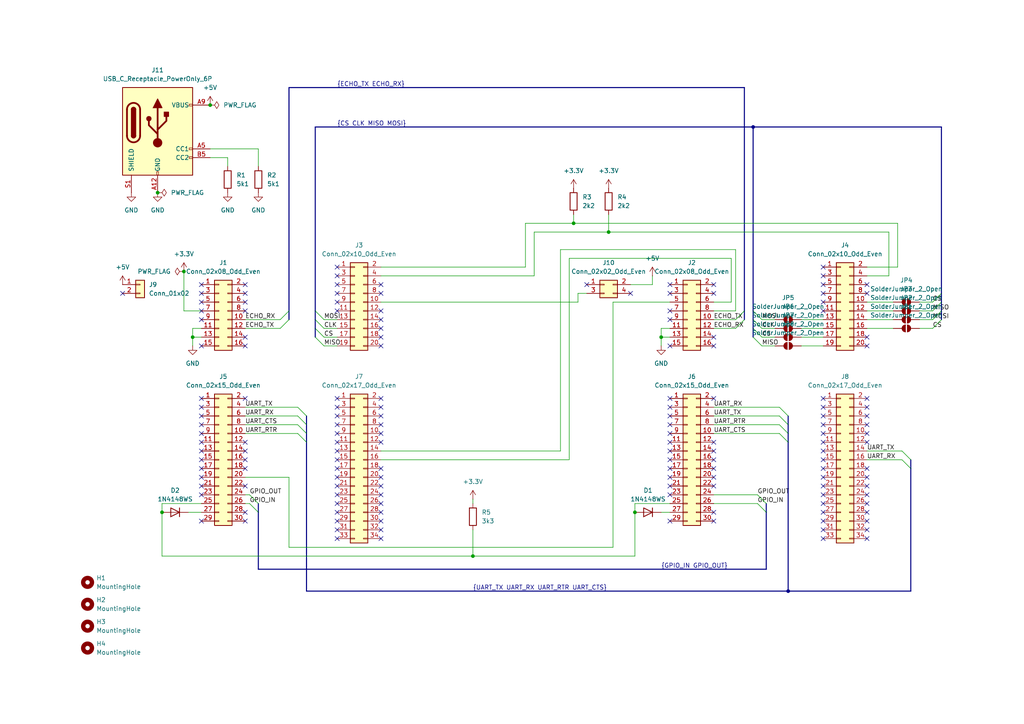
<source format=kicad_sch>
(kicad_sch (version 20231120) (generator "eeschema") (generator_version "8.0")
  (paper "A4")
  (lib_symbols
    (symbol "Connector:USB_C_Receptacle_PowerOnly_6P" (pin_names (offset 1.016))
      (property "Reference" "J" (at 0 16.51 0))
      (property "Value" "USB_C_Receptacle_PowerOnly_6P" (at 0 13.97 0))
      (symbol "USB_C_Receptacle_PowerOnly_6P_1_1"
        (pin passive line (at 0 -17.78 90) (length 5.08) (name "GND") (number "A12"))
        (pin bidirectional line (at 15.24 -5.08 180) (length 5.08) (name "CC1") (number "A5"))
        (pin passive line (at 15.24 7.62 180) (length 5.08) (name "VBUS") (number "A9"))
        (pin passive line (at 0 -17.78 90) (length 5.08) hide (name "GND") (number "B12"))
        (pin bidirectional line (at 15.24 -7.62 180) (length 5.08) (name "CC2") (number "B5"))
        (pin passive line (at 15.24 7.62 180) (length 5.08) hide (name "VBUS") (number "B9"))
        (pin passive line (at -7.62 -17.78 90) (length 5.08) (name "SHIELD") (number "S1"))
      )
    )
    (symbol "Connector_Generic:Conn_01x02" (pin_names (offset 1.016) hide)
      (property "Reference" "J" (at 0 2.54 0))
      (property "Value" "Conn_01x02" (at 0 -5.08 0))
      (symbol "Conn_01x02_1_1"
        (pin passive line (at -5.08 0 0) (length 3.81) (name "Pin_1") (number "1"))
        (pin passive line (at -5.08 -2.54 0) (length 3.81) (name "Pin_2") (number "2"))
      )
    )
    (symbol "Connector_Generic:Conn_02x02_Odd_Even" (pin_names (offset 1.016) hide)
      (property "Reference" "J" (at 1.27 2.54 0))
      (property "Value" "Conn_02x02_Odd_Even" (at 1.27 -5.08 0))
      (symbol "Conn_02x02_Odd_Even_1_1"
        (pin passive line (at -5.08 0 0) (length 3.81) (name "Pin_1") (number "1"))
        (pin passive line (at 7.62 0 180) (length 3.81) (name "Pin_2") (number "2"))
        (pin passive line (at -5.08 -2.54 0) (length 3.81) (name "Pin_3") (number "3"))
        (pin passive line (at 7.62 -2.54 180) (length 3.81) (name "Pin_4") (number "4"))
      )
    )
    (symbol "Connector_Generic:Conn_02x08_Odd_Even" (pin_names (offset 1.016) hide)
      (property "Reference" "J" (at 1.27 10.16 0))
      (property "Value" "Conn_02x08_Odd_Even" (at 1.27 -12.7 0))
      (symbol "Conn_02x08_Odd_Even_1_1"
        (pin passive line (at -5.08 7.62 0) (length 3.81) (name "Pin_1") (number "1"))
        (pin passive line (at 7.62 -2.54 180) (length 3.81) (name "Pin_10") (number "10"))
        (pin passive line (at -5.08 -5.08 0) (length 3.81) (name "Pin_11") (number "11"))
        (pin passive line (at 7.62 -5.08 180) (length 3.81) (name "Pin_12") (number "12"))
        (pin passive line (at -5.08 -7.62 0) (length 3.81) (name "Pin_13") (number "13"))
        (pin passive line (at 7.62 -7.62 180) (length 3.81) (name "Pin_14") (number "14"))
        (pin passive line (at -5.08 -10.16 0) (length 3.81) (name "Pin_15") (number "15"))
        (pin passive line (at 7.62 -10.16 180) (length 3.81) (name "Pin_16") (number "16"))
        (pin passive line (at 7.62 7.62 180) (length 3.81) (name "Pin_2") (number "2"))
        (pin passive line (at -5.08 5.08 0) (length 3.81) (name "Pin_3") (number "3"))
        (pin passive line (at 7.62 5.08 180) (length 3.81) (name "Pin_4") (number "4"))
        (pin passive line (at -5.08 2.54 0) (length 3.81) (name "Pin_5") (number "5"))
        (pin passive line (at 7.62 2.54 180) (length 3.81) (name "Pin_6") (number "6"))
        (pin passive line (at -5.08 0 0) (length 3.81) (name "Pin_7") (number "7"))
        (pin passive line (at 7.62 0 180) (length 3.81) (name "Pin_8") (number "8"))
        (pin passive line (at -5.08 -2.54 0) (length 3.81) (name "Pin_9") (number "9"))
      )
    )
    (symbol "Connector_Generic:Conn_02x10_Odd_Even" (pin_names (offset 1.016) hide)
      (property "Reference" "J" (at 1.27 12.7 0))
      (property "Value" "Conn_02x10_Odd_Even" (at 1.27 -15.24 0))
      (symbol "Conn_02x10_Odd_Even_1_1"
        (pin passive line (at -5.08 10.16 0) (length 3.81) (name "Pin_1") (number "1"))
        (pin passive line (at 7.62 0 180) (length 3.81) (name "Pin_10") (number "10"))
        (pin passive line (at -5.08 -2.54 0) (length 3.81) (name "Pin_11") (number "11"))
        (pin passive line (at 7.62 -2.54 180) (length 3.81) (name "Pin_12") (number "12"))
        (pin passive line (at -5.08 -5.08 0) (length 3.81) (name "Pin_13") (number "13"))
        (pin passive line (at 7.62 -5.08 180) (length 3.81) (name "Pin_14") (number "14"))
        (pin passive line (at -5.08 -7.62 0) (length 3.81) (name "Pin_15") (number "15"))
        (pin passive line (at 7.62 -7.62 180) (length 3.81) (name "Pin_16") (number "16"))
        (pin passive line (at -5.08 -10.16 0) (length 3.81) (name "Pin_17") (number "17"))
        (pin passive line (at 7.62 -10.16 180) (length 3.81) (name "Pin_18") (number "18"))
        (pin passive line (at -5.08 -12.7 0) (length 3.81) (name "Pin_19") (number "19"))
        (pin passive line (at 7.62 10.16 180) (length 3.81) (name "Pin_2") (number "2"))
        (pin passive line (at 7.62 -12.7 180) (length 3.81) (name "Pin_20") (number "20"))
        (pin passive line (at -5.08 7.62 0) (length 3.81) (name "Pin_3") (number "3"))
        (pin passive line (at 7.62 7.62 180) (length 3.81) (name "Pin_4") (number "4"))
        (pin passive line (at -5.08 5.08 0) (length 3.81) (name "Pin_5") (number "5"))
        (pin passive line (at 7.62 5.08 180) (length 3.81) (name "Pin_6") (number "6"))
        (pin passive line (at -5.08 2.54 0) (length 3.81) (name "Pin_7") (number "7"))
        (pin passive line (at 7.62 2.54 180) (length 3.81) (name "Pin_8") (number "8"))
        (pin passive line (at -5.08 0 0) (length 3.81) (name "Pin_9") (number "9"))
      )
    )
    (symbol "Connector_Generic:Conn_02x15_Odd_Even" (pin_names (offset 1.016) hide)
      (property "Reference" "J" (at 1.27 20.32 0))
      (property "Value" "Conn_02x15_Odd_Even" (at 1.27 -20.32 0))
      (symbol "Conn_02x15_Odd_Even_1_1"
        (pin passive line (at -5.08 17.78 0) (length 3.81) (name "Pin_1") (number "1"))
        (pin passive line (at 7.62 7.62 180) (length 3.81) (name "Pin_10") (number "10"))
        (pin passive line (at -5.08 5.08 0) (length 3.81) (name "Pin_11") (number "11"))
        (pin passive line (at 7.62 5.08 180) (length 3.81) (name "Pin_12") (number "12"))
        (pin passive line (at -5.08 2.54 0) (length 3.81) (name "Pin_13") (number "13"))
        (pin passive line (at 7.62 2.54 180) (length 3.81) (name "Pin_14") (number "14"))
        (pin passive line (at -5.08 0 0) (length 3.81) (name "Pin_15") (number "15"))
        (pin passive line (at 7.62 0 180) (length 3.81) (name "Pin_16") (number "16"))
        (pin passive line (at -5.08 -2.54 0) (length 3.81) (name "Pin_17") (number "17"))
        (pin passive line (at 7.62 -2.54 180) (length 3.81) (name "Pin_18") (number "18"))
        (pin passive line (at -5.08 -5.08 0) (length 3.81) (name "Pin_19") (number "19"))
        (pin passive line (at 7.62 17.78 180) (length 3.81) (name "Pin_2") (number "2"))
        (pin passive line (at 7.62 -5.08 180) (length 3.81) (name "Pin_20") (number "20"))
        (pin passive line (at -5.08 -7.62 0) (length 3.81) (name "Pin_21") (number "21"))
        (pin passive line (at 7.62 -7.62 180) (length 3.81) (name "Pin_22") (number "22"))
        (pin passive line (at -5.08 -10.16 0) (length 3.81) (name "Pin_23") (number "23"))
        (pin passive line (at 7.62 -10.16 180) (length 3.81) (name "Pin_24") (number "24"))
        (pin passive line (at -5.08 -12.7 0) (length 3.81) (name "Pin_25") (number "25"))
        (pin passive line (at 7.62 -12.7 180) (length 3.81) (name "Pin_26") (number "26"))
        (pin passive line (at -5.08 -15.24 0) (length 3.81) (name "Pin_27") (number "27"))
        (pin passive line (at 7.62 -15.24 180) (length 3.81) (name "Pin_28") (number "28"))
        (pin passive line (at -5.08 -17.78 0) (length 3.81) (name "Pin_29") (number "29"))
        (pin passive line (at -5.08 15.24 0) (length 3.81) (name "Pin_3") (number "3"))
        (pin passive line (at 7.62 -17.78 180) (length 3.81) (name "Pin_30") (number "30"))
        (pin passive line (at 7.62 15.24 180) (length 3.81) (name "Pin_4") (number "4"))
        (pin passive line (at -5.08 12.7 0) (length 3.81) (name "Pin_5") (number "5"))
        (pin passive line (at 7.62 12.7 180) (length 3.81) (name "Pin_6") (number "6"))
        (pin passive line (at -5.08 10.16 0) (length 3.81) (name "Pin_7") (number "7"))
        (pin passive line (at 7.62 10.16 180) (length 3.81) (name "Pin_8") (number "8"))
        (pin passive line (at -5.08 7.62 0) (length 3.81) (name "Pin_9") (number "9"))
      )
    )
    (symbol "Connector_Generic:Conn_02x17_Odd_Even" (pin_names (offset 1.016) hide)
      (property "Reference" "J" (at 1.27 22.86 0))
      (property "Value" "Conn_02x17_Odd_Even" (at 1.27 -22.86 0))
      (symbol "Conn_02x17_Odd_Even_1_1"
        (pin passive line (at -5.08 20.32 0) (length 3.81) (name "Pin_1") (number "1"))
        (pin passive line (at 7.62 10.16 180) (length 3.81) (name "Pin_10") (number "10"))
        (pin passive line (at -5.08 7.62 0) (length 3.81) (name "Pin_11") (number "11"))
        (pin passive line (at 7.62 7.62 180) (length 3.81) (name "Pin_12") (number "12"))
        (pin passive line (at -5.08 5.08 0) (length 3.81) (name "Pin_13") (number "13"))
        (pin passive line (at 7.62 5.08 180) (length 3.81) (name "Pin_14") (number "14"))
        (pin passive line (at -5.08 2.54 0) (length 3.81) (name "Pin_15") (number "15"))
        (pin passive line (at 7.62 2.54 180) (length 3.81) (name "Pin_16") (number "16"))
        (pin passive line (at -5.08 0 0) (length 3.81) (name "Pin_17") (number "17"))
        (pin passive line (at 7.62 0 180) (length 3.81) (name "Pin_18") (number "18"))
        (pin passive line (at -5.08 -2.54 0) (length 3.81) (name "Pin_19") (number "19"))
        (pin passive line (at 7.62 20.32 180) (length 3.81) (name "Pin_2") (number "2"))
        (pin passive line (at 7.62 -2.54 180) (length 3.81) (name "Pin_20") (number "20"))
        (pin passive line (at -5.08 -5.08 0) (length 3.81) (name "Pin_21") (number "21"))
        (pin passive line (at 7.62 -5.08 180) (length 3.81) (name "Pin_22") (number "22"))
        (pin passive line (at -5.08 -7.62 0) (length 3.81) (name "Pin_23") (number "23"))
        (pin passive line (at 7.62 -7.62 180) (length 3.81) (name "Pin_24") (number "24"))
        (pin passive line (at -5.08 -10.16 0) (length 3.81) (name "Pin_25") (number "25"))
        (pin passive line (at 7.62 -10.16 180) (length 3.81) (name "Pin_26") (number "26"))
        (pin passive line (at -5.08 -12.7 0) (length 3.81) (name "Pin_27") (number "27"))
        (pin passive line (at 7.62 -12.7 180) (length 3.81) (name "Pin_28") (number "28"))
        (pin passive line (at -5.08 -15.24 0) (length 3.81) (name "Pin_29") (number "29"))
        (pin passive line (at -5.08 17.78 0) (length 3.81) (name "Pin_3") (number "3"))
        (pin passive line (at 7.62 -15.24 180) (length 3.81) (name "Pin_30") (number "30"))
        (pin passive line (at -5.08 -17.78 0) (length 3.81) (name "Pin_31") (number "31"))
        (pin passive line (at 7.62 -17.78 180) (length 3.81) (name "Pin_32") (number "32"))
        (pin passive line (at -5.08 -20.32 0) (length 3.81) (name "Pin_33") (number "33"))
        (pin passive line (at 7.62 -20.32 180) (length 3.81) (name "Pin_34") (number "34"))
        (pin passive line (at 7.62 17.78 180) (length 3.81) (name "Pin_4") (number "4"))
        (pin passive line (at -5.08 15.24 0) (length 3.81) (name "Pin_5") (number "5"))
        (pin passive line (at 7.62 15.24 180) (length 3.81) (name "Pin_6") (number "6"))
        (pin passive line (at -5.08 12.7 0) (length 3.81) (name "Pin_7") (number "7"))
        (pin passive line (at 7.62 12.7 180) (length 3.81) (name "Pin_8") (number "8"))
        (pin passive line (at -5.08 10.16 0) (length 3.81) (name "Pin_9") (number "9"))
      )
    )
    (symbol "Device:D" (pin_numbers hide) (pin_names (offset 1.016) hide)
      (property "Reference" "D" (at 0 2.54 0))
      (property "Value" "D" (at 0 -2.54 0))
      (symbol "D_1_1"
        (pin passive line (at -3.81 0 0) (length 2.54) (name "K") (number "1"))
        (pin passive line (at 3.81 0 180) (length 2.54) (name "A") (number "2"))
      )
    )
    (symbol "Device:R" (pin_numbers hide) (pin_names (offset 0))
      (property "Reference" "R" (at 2.032 0 90))
      (property "Value" "R" (at 0 0 90))
      (symbol "R_1_1"
        (pin passive line (at 0 3.81 270) (length 1.27) (name "~") (number "1"))
        (pin passive line (at 0 -3.81 90) (length 1.27) (name "~") (number "2"))
      )
    )
    (symbol "Jumper:SolderJumper_2_Open" (pin_numbers hide) (pin_names (offset 0) hide) (exclude_from_sim yes) (in_bom no)
      (property "Reference" "JP" (at 0 2.032 0))
      (property "Value" "SolderJumper_2_Open" (at 0 -2.54 0))
      (symbol "SolderJumper_2_Open_1_1"
        (pin passive line (at -3.81 0 0) (length 2.54) (name "A") (number "1"))
        (pin passive line (at 3.81 0 180) (length 2.54) (name "B") (number "2"))
      )
    )
    (symbol "Mechanical:MountingHole" (pin_names (offset 1.016)) (exclude_from_sim yes) (in_bom no)
      (property "Reference" "H" (at 0 5.08 0))
      (property "Value" "MountingHole" (at 0 3.175 0))
    )
    (symbol "power:+3.3V" (power) (pin_numbers hide) (pin_names (offset 0) hide)
      (property "Value" "+3.3V" (at 0 3.556 0))
      (symbol "+3.3V_1_1"
        (pin power_in line (at 0 0 90) (length 0) (name "~") (number "1"))
      )
    )
    (symbol "power:+5V" (power) (pin_numbers hide) (pin_names (offset 0) hide)
      (property "Value" "+5V" (at 0 3.556 0))
      (symbol "+5V_1_1"
        (pin power_in line (at 0 0 90) (length 0) (name "~") (number "1"))
      )
    )
    (symbol "power:GND" (power) (pin_numbers hide) (pin_names (offset 0) hide)
      (property "Value" "GND" (at 0 -3.81 0))
      (symbol "GND_1_1"
        (pin power_in line (at 0 0 270) (length 0) (name "~") (number "1"))
      )
    )
    (symbol "power:PWR_FLAG" (power) (pin_numbers hide) (pin_names (offset 0) hide)
      (property "Value" "PWR_FLAG" (at 0 3.81 0))
      (symbol "PWR_FLAG_0_0"
        (pin power_out line (at 0 0 90) (length 0) (name "~") (number "1"))
      )
    )
  )
  (junction (at 184.15 148.59))
  (junction (at 46.99 148.59))
  (junction (at 191.77 97.79))
  (junction (at 137.16 161.29))
  (junction (at 55.88 97.79))
  (junction (at 228.6 171.45))
  (junction (at 166.37 64.77))
  (junction (at 60.96 30.48))
  (junction (at 176.53 67.31))
  (junction (at 218.44 36.83))
  (junction (at 53.34 78.74))
  (junction (at 45.72 55.88))
  (no_connect (at 238.76 138.43))
  (no_connect (at 207.01 97.79))
  (no_connect (at 194.31 118.11))
  (no_connect (at 97.79 135.89))
  (no_connect (at 251.46 123.19))
  (no_connect (at 251.46 138.43))
  (no_connect (at 194.31 128.27))
  (no_connect (at 71.12 133.35))
  (no_connect (at 194.31 135.89))
  (no_connect (at 110.49 120.65))
  (no_connect (at 207.01 148.59))
  (no_connect (at 238.76 118.11))
  (no_connect (at 251.46 153.67))
  (no_connect (at 194.31 90.17))
  (no_connect (at 194.31 151.13))
  (no_connect (at 207.01 128.27))
  (no_connect (at 110.49 148.59))
  (no_connect (at 58.42 135.89))
  (no_connect (at 58.42 100.33))
  (no_connect (at 238.76 77.47))
  (no_connect (at 110.49 138.43))
  (no_connect (at 97.79 133.35))
  (no_connect (at 238.76 82.55))
  (no_connect (at 71.12 90.17))
  (no_connect (at 110.49 146.05))
  (no_connect (at 97.79 143.51))
  (no_connect (at 110.49 85.09))
  (no_connect (at 251.46 125.73))
  (no_connect (at 58.42 85.09))
  (no_connect (at 97.79 80.01))
  (no_connect (at 238.76 130.81))
  (no_connect (at 110.49 151.13))
  (no_connect (at 97.79 118.11))
  (no_connect (at 238.76 153.67))
  (no_connect (at 207.01 140.97))
  (no_connect (at 71.12 85.09))
  (no_connect (at 238.76 125.73))
  (no_connect (at 97.79 151.13))
  (no_connect (at 71.12 100.33))
  (no_connect (at 238.76 90.17))
  (no_connect (at 58.42 120.65))
  (no_connect (at 207.01 133.35))
  (no_connect (at 238.76 146.05))
  (no_connect (at 194.31 100.33))
  (no_connect (at 238.76 115.57))
  (no_connect (at 110.49 82.55))
  (no_connect (at 58.42 151.13))
  (no_connect (at 97.79 148.59))
  (no_connect (at 110.49 135.89))
  (no_connect (at 71.12 128.27))
  (no_connect (at 71.12 148.59))
  (no_connect (at 58.42 140.97))
  (no_connect (at 194.31 138.43))
  (no_connect (at 110.49 156.21))
  (no_connect (at 251.46 140.97))
  (no_connect (at 251.46 135.89))
  (no_connect (at 238.76 87.63))
  (no_connect (at 207.01 130.81))
  (no_connect (at 207.01 82.55))
  (no_connect (at 58.42 123.19))
  (no_connect (at 97.79 120.65))
  (no_connect (at 238.76 120.65))
  (no_connect (at 110.49 92.71))
  (no_connect (at 110.49 125.73))
  (no_connect (at 97.79 87.63))
  (no_connect (at 251.46 146.05))
  (no_connect (at 97.79 85.09))
  (no_connect (at 58.42 130.81))
  (no_connect (at 251.46 151.13))
  (no_connect (at 58.42 143.51))
  (no_connect (at 97.79 90.17))
  (no_connect (at 110.49 115.57))
  (no_connect (at 251.46 115.57))
  (no_connect (at 194.31 120.65))
  (no_connect (at 58.42 125.73))
  (no_connect (at 71.12 151.13))
  (no_connect (at 251.46 128.27))
  (no_connect (at 207.01 85.09))
  (no_connect (at 58.42 133.35))
  (no_connect (at 238.76 128.27))
  (no_connect (at 207.01 100.33))
  (no_connect (at 110.49 90.17))
  (no_connect (at 251.46 97.79))
  (no_connect (at 251.46 120.65))
  (no_connect (at 238.76 80.01))
  (no_connect (at 71.12 87.63))
  (no_connect (at 251.46 118.11))
  (no_connect (at 194.31 123.19))
  (no_connect (at 238.76 151.13))
  (no_connect (at 238.76 140.97))
  (no_connect (at 71.12 82.55))
  (no_connect (at 251.46 85.09))
  (no_connect (at 194.31 82.55))
  (no_connect (at 194.31 143.51))
  (no_connect (at 71.12 130.81))
  (no_connect (at 58.42 92.71))
  (no_connect (at 251.46 148.59))
  (no_connect (at 251.46 100.33))
  (no_connect (at 194.31 92.71))
  (no_connect (at 58.42 118.11))
  (no_connect (at 97.79 156.21))
  (no_connect (at 238.76 148.59))
  (no_connect (at 251.46 143.51))
  (no_connect (at 238.76 123.19))
  (no_connect (at 110.49 153.67))
  (no_connect (at 58.42 128.27))
  (no_connect (at 207.01 151.13))
  (no_connect (at 97.79 123.19))
  (no_connect (at 170.18 82.55))
  (no_connect (at 97.79 138.43))
  (no_connect (at 58.42 138.43))
  (no_connect (at 97.79 130.81))
  (no_connect (at 110.49 128.27))
  (no_connect (at 194.31 85.09))
  (no_connect (at 97.79 125.73))
  (no_connect (at 251.46 156.21))
  (no_connect (at 110.49 97.79))
  (no_connect (at 58.42 87.63))
  (no_connect (at 207.01 135.89))
  (no_connect (at 194.31 133.35))
  (no_connect (at 251.46 82.55))
  (no_connect (at 207.01 115.57))
  (no_connect (at 194.31 125.73))
  (no_connect (at 238.76 133.35))
  (no_connect (at 110.49 100.33))
  (no_connect (at 207.01 138.43))
  (no_connect (at 238.76 135.89))
  (no_connect (at 71.12 97.79))
  (no_connect (at 238.76 85.09))
  (no_connect (at 97.79 128.27))
  (no_connect (at 97.79 140.97))
  (no_connect (at 97.79 153.67))
  (no_connect (at 58.42 82.55))
  (no_connect (at 58.42 90.17))
  (no_connect (at 71.12 140.97))
  (no_connect (at 71.12 135.89))
  (no_connect (at 97.79 115.57))
  (no_connect (at 71.12 115.57))
  (no_connect (at 238.76 143.51))
  (no_connect (at 194.31 130.81))
  (no_connect (at 110.49 140.97))
  (no_connect (at 110.49 118.11))
  (no_connect (at 110.49 123.19))
  (no_connect (at 182.88 85.09))
  (no_connect (at 194.31 115.57))
  (no_connect (at 97.79 82.55))
  (no_connect (at 110.49 95.25))
  (no_connect (at 35.56 85.09))
  (no_connect (at 194.31 140.97))
  (no_connect (at 110.49 143.51))
  (no_connect (at 238.76 156.21))
  (no_connect (at 97.79 146.05))
  (no_connect (at 58.42 115.57))
  (no_connect (at 97.79 77.47))
  (bus_entry (at 88.9 120.65) (size -2.54 -2.54))
  (bus_entry (at 218.44 95.25) (size 2.54 2.54))
  (bus_entry (at 91.44 90.17) (size 2.54 2.54))
  (bus_entry (at 91.44 97.79) (size 2.54 2.54))
  (bus_entry (at 273.05 87.63) (size -2.54 2.54))
  (bus_entry (at 222.25 148.59) (size -2.54 -2.54))
  (bus_entry (at 91.44 95.25) (size 2.54 2.54))
  (bus_entry (at 228.6 120.65) (size -2.54 -2.54))
  (bus_entry (at 218.44 92.71) (size 2.54 2.54))
  (bus_entry (at 74.93 146.05) (size -2.54 -2.54))
  (bus_entry (at 83.82 92.71) (size -2.54 2.54))
  (bus_entry (at 228.6 125.73) (size -2.54 -2.54))
  (bus_entry (at 215.9 92.71) (size -2.54 2.54))
  (bus_entry (at 264.16 135.89) (size -2.54 -2.54))
  (bus_entry (at 273.05 85.09) (size -2.54 2.54))
  (bus_entry (at 273.05 92.71) (size -2.54 2.54))
  (bus_entry (at 228.6 123.19) (size -2.54 -2.54))
  (bus_entry (at 273.05 90.17) (size -2.54 2.54))
  (bus_entry (at 222.25 146.05) (size -2.54 -2.54))
  (bus_entry (at 215.9 90.17) (size -2.54 2.54))
  (bus_entry (at 88.9 123.19) (size -2.54 -2.54))
  (bus_entry (at 91.44 92.71) (size 2.54 2.54))
  (bus_entry (at 228.6 128.27) (size -2.54 -2.54))
  (bus_entry (at 88.9 128.27) (size -2.54 -2.54))
  (bus_entry (at 83.82 90.17) (size -2.54 2.54))
  (bus_entry (at 88.9 125.73) (size -2.54 -2.54))
  (bus_entry (at 264.16 133.35) (size -2.54 -2.54))
  (bus_entry (at 74.93 148.59) (size -2.54 -2.54))
  (bus_entry (at 218.44 97.79) (size 2.54 2.54))
  (bus_entry (at 218.44 90.17) (size 2.54 2.54))
  (wire (pts (xy 266.7 90.17) (xy 270.51 90.17)))
  (bus (pts (xy 222.25 146.05) (xy 222.25 148.59)))
  (wire (pts (xy 251.46 95.25) (xy 259.08 95.25)))
  (bus (pts (xy 91.44 95.25) (xy 91.44 97.79)))
  (wire (pts (xy 176.53 67.31) (xy 257.81 67.31)))
  (wire (pts (xy 251.46 87.63) (xy 259.08 87.63)))
  (wire (pts (xy 207.01 123.19) (xy 226.06 123.19)))
  (wire (pts (xy 212.09 87.63) (xy 207.01 87.63)))
  (wire (pts (xy 60.96 43.18) (xy 74.93 43.18)))
  (wire (pts (xy 46.99 148.59) (xy 46.99 146.05)))
  (wire (pts (xy 232.41 100.33) (xy 238.76 100.33)))
  (wire (pts (xy 232.41 92.71) (xy 238.76 92.71)))
  (bus (pts (xy 218.44 36.83) (xy 218.44 90.17)))
  (wire (pts (xy 83.82 158.75) (xy 177.8 158.75)))
  (wire (pts (xy 162.56 130.81) (xy 162.56 72.39)))
  (wire (pts (xy 166.37 62.23) (xy 166.37 64.77)))
  (wire (pts (xy 213.36 90.17) (xy 207.01 90.17)))
  (bus (pts (xy 83.82 90.17) (xy 83.82 25.4)))
  (wire (pts (xy 53.34 78.74) (xy 53.34 90.17)))
  (wire (pts (xy 194.31 146.05) (xy 184.15 146.05)))
  (wire (pts (xy 207.01 118.11) (xy 226.06 118.11)))
  (wire (pts (xy 71.12 143.51) (xy 72.39 143.51)))
  (wire (pts (xy 220.98 92.71) (xy 224.79 92.71)))
  (wire (pts (xy 110.49 77.47) (xy 152.4 77.47)))
  (wire (pts (xy 220.98 100.33) (xy 224.79 100.33)))
  (wire (pts (xy 207.01 146.05) (xy 219.71 146.05)))
  (wire (pts (xy 55.88 97.79) (xy 55.88 95.25)))
  (wire (pts (xy 177.8 158.75) (xy 177.8 87.63)))
  (wire (pts (xy 165.1 74.93) (xy 212.09 74.93)))
  (wire (pts (xy 154.94 67.31) (xy 176.53 67.31)))
  (bus (pts (xy 228.6 125.73) (xy 228.6 128.27)))
  (bus (pts (xy 273.05 36.83) (xy 218.44 36.83)))
  (wire (pts (xy 110.49 80.01) (xy 154.94 80.01)))
  (wire (pts (xy 154.94 80.01) (xy 154.94 67.31)))
  (wire (pts (xy 191.77 97.79) (xy 191.77 95.25)))
  (bus (pts (xy 91.44 90.17) (xy 91.44 92.71)))
  (bus (pts (xy 228.6 128.27) (xy 228.6 171.45)))
  (wire (pts (xy 71.12 95.25) (xy 81.28 95.25)))
  (wire (pts (xy 257.81 67.31) (xy 257.81 80.01)))
  (bus (pts (xy 74.93 148.59) (xy 74.93 165.1)))
  (wire (pts (xy 207.01 95.25) (xy 213.36 95.25)))
  (wire (pts (xy 53.34 90.17) (xy 58.42 90.17)))
  (bus (pts (xy 222.25 148.59) (xy 222.25 165.1)))
  (wire (pts (xy 167.64 85.09) (xy 170.18 85.09)))
  (bus (pts (xy 228.6 120.65) (xy 228.6 123.19)))
  (wire (pts (xy 184.15 161.29) (xy 137.16 161.29)))
  (wire (pts (xy 167.64 87.63) (xy 110.49 87.63)))
  (wire (pts (xy 110.49 130.81) (xy 162.56 130.81)))
  (wire (pts (xy 55.88 97.79) (xy 58.42 97.79)))
  (wire (pts (xy 207.01 125.73) (xy 226.06 125.73)))
  (wire (pts (xy 110.49 133.35) (xy 165.1 133.35)))
  (wire (pts (xy 257.81 80.01) (xy 251.46 80.01)))
  (wire (pts (xy 71.12 138.43) (xy 83.82 138.43)))
  (wire (pts (xy 220.98 95.25) (xy 224.79 95.25)))
  (bus (pts (xy 273.05 85.09) (xy 273.05 36.83)))
  (wire (pts (xy 93.98 92.71) (xy 97.79 92.71)))
  (bus (pts (xy 83.82 25.4) (xy 215.9 25.4)))
  (wire (pts (xy 137.16 144.78) (xy 137.16 146.05)))
  (wire (pts (xy 46.99 161.29) (xy 46.99 148.59)))
  (wire (pts (xy 251.46 92.71) (xy 259.08 92.71)))
  (bus (pts (xy 88.9 123.19) (xy 88.9 125.73)))
  (wire (pts (xy 207.01 143.51) (xy 219.71 143.51)))
  (wire (pts (xy 83.82 138.43) (xy 83.82 158.75)))
  (wire (pts (xy 189.23 82.55) (xy 189.23 80.01)))
  (wire (pts (xy 46.99 146.05) (xy 58.42 146.05)))
  (wire (pts (xy 177.8 87.63) (xy 194.31 87.63)))
  (bus (pts (xy 91.44 36.83) (xy 91.44 90.17)))
  (wire (pts (xy 191.77 100.33) (xy 191.77 97.79)))
  (bus (pts (xy 88.9 128.27) (xy 88.9 171.45)))
  (bus (pts (xy 88.9 171.45) (xy 228.6 171.45)))
  (wire (pts (xy 74.93 43.18) (xy 74.93 48.26)))
  (wire (pts (xy 167.64 85.09) (xy 167.64 87.63)))
  (wire (pts (xy 54.61 148.59) (xy 58.42 148.59)))
  (wire (pts (xy 71.12 92.71) (xy 81.28 92.71)))
  (bus (pts (xy 264.16 171.45) (xy 264.16 135.89)))
  (wire (pts (xy 251.46 130.81) (xy 261.62 130.81)))
  (wire (pts (xy 165.1 133.35) (xy 165.1 74.93)))
  (bus (pts (xy 215.9 90.17) (xy 215.9 92.71)))
  (wire (pts (xy 71.12 125.73) (xy 86.36 125.73)))
  (wire (pts (xy 66.04 45.72) (xy 66.04 48.26)))
  (wire (pts (xy 71.12 120.65) (xy 86.36 120.65)))
  (wire (pts (xy 191.77 97.79) (xy 194.31 97.79)))
  (wire (pts (xy 184.15 148.59) (xy 184.15 161.29)))
  (wire (pts (xy 137.16 153.67) (xy 137.16 161.29)))
  (bus (pts (xy 264.16 135.89) (xy 264.16 133.35)))
  (wire (pts (xy 176.53 62.23) (xy 176.53 67.31)))
  (bus (pts (xy 273.05 87.63) (xy 273.05 85.09)))
  (wire (pts (xy 71.12 123.19) (xy 86.36 123.19)))
  (wire (pts (xy 251.46 133.35) (xy 261.62 133.35)))
  (wire (pts (xy 162.56 72.39) (xy 213.36 72.39)))
  (wire (pts (xy 207.01 92.71) (xy 213.36 92.71)))
  (wire (pts (xy 266.7 95.25) (xy 270.51 95.25)))
  (wire (pts (xy 191.77 148.59) (xy 194.31 148.59)))
  (wire (pts (xy 251.46 90.17) (xy 259.08 90.17)))
  (wire (pts (xy 152.4 64.77) (xy 166.37 64.77)))
  (bus (pts (xy 273.05 92.71) (xy 273.05 90.17)))
  (bus (pts (xy 88.9 125.73) (xy 88.9 128.27)))
  (bus (pts (xy 91.44 92.71) (xy 91.44 95.25)))
  (bus (pts (xy 228.6 123.19) (xy 228.6 125.73)))
  (wire (pts (xy 260.35 64.77) (xy 260.35 77.47)))
  (wire (pts (xy 207.01 120.65) (xy 226.06 120.65)))
  (bus (pts (xy 218.44 36.83) (xy 91.44 36.83)))
  (wire (pts (xy 232.41 97.79) (xy 238.76 97.79)))
  (wire (pts (xy 260.35 77.47) (xy 251.46 77.47)))
  (bus (pts (xy 74.93 146.05) (xy 74.93 148.59)))
  (bus (pts (xy 215.9 25.4) (xy 215.9 90.17)))
  (wire (pts (xy 220.98 97.79) (xy 224.79 97.79)))
  (bus (pts (xy 218.44 95.25) (xy 218.44 97.79)))
  (wire (pts (xy 60.96 45.72) (xy 66.04 45.72)))
  (wire (pts (xy 93.98 95.25) (xy 97.79 95.25)))
  (wire (pts (xy 266.7 92.71) (xy 270.51 92.71)))
  (wire (pts (xy 93.98 100.33) (xy 97.79 100.33)))
  (wire (pts (xy 184.15 146.05) (xy 184.15 148.59)))
  (bus (pts (xy 218.44 90.17) (xy 218.44 92.71)))
  (wire (pts (xy 166.37 64.77) (xy 260.35 64.77)))
  (bus (pts (xy 88.9 120.65) (xy 88.9 123.19)))
  (wire (pts (xy 191.77 95.25) (xy 194.31 95.25)))
  (wire (pts (xy 55.88 100.33) (xy 55.88 97.79)))
  (wire (pts (xy 55.88 95.25) (xy 58.42 95.25)))
  (wire (pts (xy 71.12 118.11) (xy 86.36 118.11)))
  (wire (pts (xy 71.12 146.05) (xy 72.39 146.05)))
  (wire (pts (xy 212.09 74.93) (xy 212.09 87.63)))
  (wire (pts (xy 232.41 95.25) (xy 238.76 95.25)))
  (bus (pts (xy 83.82 92.71) (xy 83.82 90.17)))
  (wire (pts (xy 189.23 82.55) (xy 182.88 82.55)))
  (wire (pts (xy 266.7 87.63) (xy 270.51 87.63)))
  (bus (pts (xy 74.93 165.1) (xy 222.25 165.1)))
  (wire (pts (xy 137.16 161.29) (xy 46.99 161.29)))
  (wire (pts (xy 152.4 77.47) (xy 152.4 64.77)))
  (wire (pts (xy 213.36 72.39) (xy 213.36 90.17)))
  (bus (pts (xy 273.05 90.17) (xy 273.05 87.63)))
  (bus (pts (xy 228.6 171.45) (xy 264.16 171.45)))
  (bus (pts (xy 218.44 92.71) (xy 218.44 95.25)))
  (wire (pts (xy 93.98 97.79) (xy 97.79 97.79)))
  (label "ECHO_TX" (at 71.12 95.25 0))
  (label "GPIO_OUT" (at 219.71 143.51 0))
  (label "{ECHO_TX ECHO_RX}" (at 97.79 25.4 0))
  (label "UART_TX" (at 207.01 120.65 0))
  (label "MISO" (at 270.51 90.17 0))
  (label "CLK" (at 93.98 95.25 0))
  (label "UART_RTR" (at 207.01 123.19 0))
  (label "UART_RX" (at 207.01 118.11 0))
  (label "ECHO_RX" (at 207.01 95.25 0))
  (label "ECHO_TX" (at 207.01 92.71 0))
  (label "CS" (at 270.51 95.25 0))
  (label "CS" (at 270.51 87.63 0))
  (label "ECHO_RX" (at 71.12 92.71 0))
  (label "GPIO_OUT" (at 72.39 143.51 0))
  (label "UART_CTS" (at 207.01 125.73 0))
  (label "{UART_TX UART_RX UART_RTR UART_CTS}" (at 137.16 171.45 0))
  (label "UART_TX" (at 251.46 130.81 0))
  (label "CLK" (at 220.98 95.25 0))
  (label "UART_CTS" (at 71.12 123.19 0))
  (label "CS" (at 220.98 97.79 0))
  (label "MISO" (at 220.98 100.33 0))
  (label "MOSI" (at 220.98 92.71 0))
  (label "GPIO_IN" (at 72.39 146.05 0))
  (label "CS" (at 93.98 97.79 0))
  (label "UART_RX" (at 71.12 120.65 0))
  (label "UART_RX" (at 251.46 133.35 0))
  (label "UART_RTR" (at 71.12 125.73 0))
  (label "MOSI" (at 270.51 92.71 0))
  (label "{GPIO_IN GPIO_OUT}" (at 191.77 165.1 0))
  (label "GPIO_IN" (at 219.71 146.05 0))
  (label "{CS CLK MISO MOSI}" (at 97.79 36.83 0))
  (label "MISO" (at 93.98 100.33 0))
  (label "MOSI" (at 93.98 92.71 0))
  (label "UART_TX" (at 71.12 118.11 0))
  (symbol (lib_id "Connector_Generic:Conn_02x15_Odd_Even") (at 63.5 133.35 0) (unit 1)
    (property "Reference" "J5" (at 64.77 109.22 0))
    (property "Value" "Conn_02x15_Odd_Even" (at 64.77 111.76 0))
    (property "Footprint" "Connector_PinHeader_2.54mm:PinHeader_2x15_P2.54mm_Vertical" (effects (hide yes)))
    (property "Description" "Generic connector, double row, 02x15, odd/even pin numbering scheme (row 1 odd numbers, row 2 even numbers), script generated (kicad-library-utils/schlib/autogen/connector/)" (effects (hide yes)))
    (property "JLCPCBPart" "C25503127" (effects (hide yes)))
  )
  (symbol (lib_id "Mechanical:MountingHole") (at 25.4 181.61 0) (unit 1) (exclude_from_sim yes) (in_bom no)
    (property "Reference" "H3" (at 27.94 180.3399 0) (effects (justify left)))
    (property "Value" "MountingHole" (at 27.94 182.8799 0) (effects (justify left)))
    (property "Footprint" "MountingHole:MountingHole_3mm" (effects (hide yes)))
    (property "Description" "Mounting Hole without connection" (effects (hide yes)))
  )
  (symbol (lib_id "power:+3.3V") (at 176.53 54.61 0) (unit 1)
    (property "Reference" "#PWR07" (effects (hide yes)))
    (property "Value" "+3.3V" (at 176.53 49.53 0))
    (property "Description" "Power symbol creates a global label with name \"+3.3V\"" (effects (hide yes)))
  )
  (symbol (lib_id "Connector_Generic:Conn_02x10_Odd_Even") (at 102.87 87.63 0) (unit 1)
    (property "Reference" "J3" (at 104.14 71.12 0))
    (property "Value" "Conn_02x10_Odd_Even" (at 104.14 73.66 0))
    (property "Footprint" "Connector_PinHeader_2.54mm:PinHeader_2x10_P2.54mm_Vertical" (effects (hide yes)))
    (property "Description" "Generic connector, double row, 02x10, odd/even pin numbering scheme (row 1 odd numbers, row 2 even numbers), script generated (kicad-library-utils/schlib/autogen/connector/)" (effects (hide yes)))
    (property "JLCPCBPart" "C2685085" (effects (hide yes)))
  )
  (symbol (lib_id "power:GND") (at 38.1 55.88 0) (unit 1)
    (property "Reference" "#PWR05" (effects (hide yes)))
    (property "Value" "GND" (at 38.1 60.96 0))
    (property "Description" "Power symbol creates a global label with name \"GND\" , ground" (effects (hide yes)))
  )
  (symbol (lib_id "power:+3.3V") (at 166.37 54.61 0) (unit 1)
    (property "Reference" "#PWR06" (effects (hide yes)))
    (property "Value" "+3.3V" (at 166.37 49.53 0))
    (property "Description" "Power symbol creates a global label with name \"+3.3V\"" (effects (hide yes)))
  )
  (symbol (lib_id "power:+3.3V") (at 137.16 144.78 0) (unit 1)
    (property "Reference" "#PWR012" (effects (hide yes)))
    (property "Value" "+3.3V" (at 137.16 139.7 0))
    (property "Description" "Power symbol creates a global label with name \"+3.3V\"" (effects (hide yes)))
  )
  (symbol (lib_id "power:GND") (at 66.04 55.88 0) (unit 1)
    (property "Reference" "#PWR02" (effects (hide yes)))
    (property "Value" "GND" (at 66.04 60.96 0))
    (property "Description" "Power symbol creates a global label with name \"GND\" , ground" (effects (hide yes)))
  )
  (symbol (lib_id "Device:R") (at 176.53 58.42 0) (unit 1)
    (property "Reference" "R4" (at 179.07 57.1499 0) (effects (justify left)))
    (property "Value" "2k2" (at 179.07 59.6899 0) (effects (justify left)))
    (property "Footprint" "Resistor_SMD:R_0603_1608Metric" (effects (hide yes)))
    (property "Description" "Resistor" (effects (hide yes)))
    (property "JLCPCBPart" "C4190" (effects (hide yes)))
  )
  (symbol (lib_id "Jumper:SolderJumper_2_Open") (at 228.6 95.25 0) (unit 1) (exclude_from_sim yes) (in_bom no)
    (property "Reference" "JP6" (at 228.6 88.9 0))
    (property "Value" "SolderJumper_2_Open" (at 228.6 91.44 0))
    (property "Footprint" "Jumper:SolderJumper-2_P1.3mm_Open_TrianglePad1.0x1.5mm" (effects (hide yes)))
    (property "Description" "Solder Jumper, 2-pole, open" (effects (hide yes)))
  )
  (symbol (lib_id "power:+3.3V") (at 53.34 78.74 0) (unit 1)
    (property "Reference" "#PWR013" (effects (hide yes)))
    (property "Value" "+3.3V" (at 53.34 73.66 0))
    (property "Description" "Power symbol creates a global label with name \"+3.3V\"" (effects (hide yes)))
  )
  (symbol (lib_id "Jumper:SolderJumper_2_Open") (at 262.89 90.17 0) (unit 1) (exclude_from_sim yes) (in_bom no)
    (property "Reference" "JP3" (at 262.89 83.82 0))
    (property "Value" "SolderJumper_2_Open" (at 262.89 86.36 0))
    (property "Footprint" "Jumper:SolderJumper-2_P1.3mm_Open_TrianglePad1.0x1.5mm" (effects (hide yes)))
    (property "Description" "Solder Jumper, 2-pole, open" (effects (hide yes)))
  )
  (symbol (lib_id "Connector_Generic:Conn_02x08_Odd_Even") (at 199.39 90.17 0) (unit 1)
    (property "Reference" "J2" (at 200.66 76.2 0))
    (property "Value" "Conn_02x08_Odd_Even" (at 200.66 78.74 0))
    (property "Footprint" "Connector_PinHeader_2.54mm:PinHeader_2x08_P2.54mm_Vertical" (effects (hide yes)))
    (property "Description" "Generic connector, double row, 02x08, odd/even pin numbering scheme (row 1 odd numbers, row 2 even numbers), script generated (kicad-library-utils/schlib/autogen/connector/)" (effects (hide yes)))
    (property "JLCPCBPart" "C42385715" (effects (hide yes)))
  )
  (symbol (lib_id "power:PWR_FLAG") (at 60.96 30.48 270) (unit 1)
    (property "Reference" "#FLG01" (effects (hide yes)))
    (property "Value" "PWR_FLAG" (at 64.77 30.4799 90) (effects (justify left)))
    (property "Description" "Special symbol for telling ERC where power comes from" (effects (hide yes)))
  )
  (symbol (lib_id "Jumper:SolderJumper_2_Open") (at 262.89 87.63 0) (unit 1) (exclude_from_sim yes) (in_bom no)
    (property "Reference" "JP4" (at 262.89 81.28 0))
    (property "Value" "SolderJumper_2_Open" (at 262.89 83.82 0))
    (property "Footprint" "Jumper:SolderJumper-2_P1.3mm_Open_TrianglePad1.0x1.5mm" (effects (hide yes)))
    (property "Description" "Solder Jumper, 2-pole, open" (effects (hide yes)))
  )
  (symbol (lib_id "power:+5V") (at 60.96 30.48 0) (unit 1)
    (property "Reference" "#PWR01" (effects (hide yes)))
    (property "Value" "+5V" (at 60.96 25.4 0))
    (property "Description" "Power symbol creates a global label with name \"+5V\"" (effects (hide yes)))
  )
  (symbol (lib_id "Device:D") (at 187.96 148.59 180) (unit 1)
    (property "Reference" "D1" (at 187.96 142.24 0))
    (property "Value" "1N4148WS" (at 187.96 144.78 0))
    (property "Footprint" "Diode_SMD:D_SOD-323" (effects (hide yes)))
    (property "Description" "Diode" (effects (hide yes)))
    (property "Sim.Device" "D" (effects (hide yes)))
    (property "Sim.Pins" "1=K 2=A" (effects (hide yes)))
    (property "JLCPCBPart" "C2128" (effects (hide yes)))
  )
  (symbol (lib_id "Mechanical:MountingHole") (at 25.4 168.91 0) (unit 1) (exclude_from_sim yes) (in_bom no)
    (property "Reference" "H1" (at 27.94 167.6399 0) (effects (justify left)))
    (property "Value" "MountingHole" (at 27.94 170.1799 0) (effects (justify left)))
    (property "Footprint" "MountingHole:MountingHole_3mm" (effects (hide yes)))
    (property "Description" "Mounting Hole without connection" (effects (hide yes)))
  )
  (symbol (lib_id "Mechanical:MountingHole") (at 25.4 175.26 0) (unit 1) (exclude_from_sim yes) (in_bom no)
    (property "Reference" "H2" (at 27.94 173.9899 0) (effects (justify left)))
    (property "Value" "MountingHole" (at 27.94 176.5299 0) (effects (justify left)))
    (property "Footprint" "MountingHole:MountingHole_3mm" (effects (hide yes)))
    (property "Description" "Mounting Hole without connection" (effects (hide yes)))
  )
  (symbol (lib_id "Connector_Generic:Conn_02x17_Odd_Even") (at 243.84 135.89 0) (unit 1)
    (property "Reference" "J8" (at 245.11 109.22 0))
    (property "Value" "Conn_02x17_Odd_Even" (at 245.11 111.76 0))
    (property "Footprint" "Connector_PinHeader_2.54mm:PinHeader_2x17_P2.54mm_Vertical" (effects (hide yes)))
    (property "Description" "Generic connector, double row, 02x17, odd/even pin numbering scheme (row 1 odd numbers, row 2 even numbers), script generated (kicad-library-utils/schlib/autogen/connector/)" (effects (hide yes)))
    (property "JLCPCBPart" "C5371994" (effects (hide yes)))
  )
  (symbol (lib_id "Connector_Generic:Conn_02x15_Odd_Even") (at 199.39 133.35 0) (unit 1)
    (property "Reference" "J6" (at 200.66 109.22 0))
    (property "Value" "Conn_02x15_Odd_Even" (at 200.66 111.76 0))
    (property "Footprint" "Connector_PinHeader_2.54mm:PinHeader_2x15_P2.54mm_Vertical" (effects (hide yes)))
    (property "Description" "Generic connector, double row, 02x15, odd/even pin numbering scheme (row 1 odd numbers, row 2 even numbers), script generated (kicad-library-utils/schlib/autogen/connector/)" (effects (hide yes)))
    (property "JLCPCBPart" "C25503127" (effects (hide yes)))
  )
  (symbol (lib_id "Connector_Generic:Conn_01x02") (at 40.64 82.55 0) (unit 1)
    (property "Reference" "J9" (at 43.18 82.5499 0) (effects (justify left)))
    (property "Value" "Conn_01x02" (at 43.18 85.0899 0) (effects (justify left)))
    (property "Footprint" "Connector_PinSocket_2.54mm:PinSocket_1x02_P2.54mm_Vertical" (effects (hide yes)))
    (property "Description" "Generic connector, single row, 01x02, script generated (kicad-library-utils/schlib/autogen/connector/)" (effects (hide yes)))
    (property "JLCPCBPart" "C7509512" (effects (hide yes)))
  )
  (symbol (lib_id "Connector:USB_C_Receptacle_PowerOnly_6P") (at 45.72 38.1 0) (unit 1)
    (property "Reference" "J11" (at 45.72 20.32 0))
    (property "Value" "USB_C_Receptacle_PowerOnly_6P" (at 45.72 22.86 0))
    (property "Footprint" "Connector_USB:USB_C_Receptacle_GCT_USB4125-xx-x-0190_6P_TopMnt_Horizontal" (effects (hide yes)))
    (property "Datasheet" "https://www.usb.org/sites/default/files/documents/usb_type-c.zip" (effects (hide yes)))
    (property "Description" "USB Power-Only 6P Type-C Receptacle connector" (effects (hide yes)))
    (property "JLCPCBPart" "C5246813" (effects (hide yes)))
  )
  (symbol (lib_id "Jumper:SolderJumper_2_Open") (at 228.6 97.79 0) (unit 1) (exclude_from_sim yes) (in_bom no)
    (property "Reference" "JP7" (at 228.6 91.44 0))
    (property "Value" "SolderJumper_2_Open" (at 228.6 93.98 0))
    (property "Footprint" "Jumper:SolderJumper-2_P1.3mm_Open_TrianglePad1.0x1.5mm" (effects (hide yes)))
    (property "Description" "Solder Jumper, 2-pole, open" (effects (hide yes)))
  )
  (symbol (lib_id "Device:R") (at 66.04 52.07 0) (unit 1)
    (property "Reference" "R1" (at 68.58 50.7999 0) (effects (justify left)))
    (property "Value" "5k1" (at 68.58 53.3399 0) (effects (justify left)))
    (property "Footprint" "Resistor_SMD:R_0603_1608Metric" (effects (hide yes)))
    (property "Description" "Resistor" (effects (hide yes)))
    (property "JLCPCBPart" "C23186" (effects (hide yes)))
  )
  (symbol (lib_id "Connector_Generic:Conn_02x02_Odd_Even") (at 175.26 82.55 0) (unit 1)
    (property "Reference" "J10" (at 176.53 76.2 0))
    (property "Value" "Conn_02x02_Odd_Even" (at 176.53 78.74 0))
    (property "Footprint" "Connector_PinHeader_2.54mm:PinHeader_2x02_P2.54mm_Vertical" (effects (hide yes)))
    (property "Description" "Generic connector, double row, 02x02, odd/even pin numbering scheme (row 1 odd numbers, row 2 even numbers), script generated (kicad-library-utils/schlib/autogen/connector/)" (effects (hide yes)))
    (property "JLCPCBPart" "C47553" (effects (hide yes)))
  )
  (symbol (lib_id "power:+5V") (at 35.56 82.55 0) (unit 1)
    (property "Reference" "#PWR09" (effects (hide yes)))
    (property "Value" "+5V" (at 35.56 77.47 0))
    (property "Description" "Power symbol creates a global label with name \"+5V\"" (effects (hide yes)))
  )
  (symbol (lib_id "power:PWR_FLAG") (at 53.34 78.74 90) (unit 1)
    (property "Reference" "#FLG03" (effects (hide yes)))
    (property "Value" "PWR_FLAG" (at 49.53 78.7399 90) (effects (justify left)))
    (property "Description" "Special symbol for telling ERC where power comes from" (effects (hide yes)))
  )
  (symbol (lib_id "Jumper:SolderJumper_2_Open") (at 228.6 92.71 0) (unit 1) (exclude_from_sim yes) (in_bom no)
    (property "Reference" "JP5" (at 228.6 86.36 0))
    (property "Value" "SolderJumper_2_Open" (at 228.6 88.9 0))
    (property "Footprint" "Jumper:SolderJumper-2_P1.3mm_Open_TrianglePad1.0x1.5mm" (effects (hide yes)))
    (property "Description" "Solder Jumper, 2-pole, open" (effects (hide yes)))
  )
  (symbol (lib_id "power:+5V") (at 189.23 80.01 0) (unit 1)
    (property "Reference" "#PWR08" (effects (hide yes)))
    (property "Value" "+5V" (at 189.23 74.93 0))
    (property "Description" "Power symbol creates a global label with name \"+5V\"" (effects (hide yes)))
  )
  (symbol (lib_id "power:GND") (at 191.77 100.33 0) (unit 1)
    (property "Reference" "#PWR011" (effects (hide yes)))
    (property "Value" "GND" (at 191.77 105.41 0))
    (property "Description" "Power symbol creates a global label with name \"GND\" , ground" (effects (hide yes)))
  )
  (symbol (lib_id "Device:R") (at 74.93 52.07 0) (unit 1)
    (property "Reference" "R2" (at 77.47 50.7999 0) (effects (justify left)))
    (property "Value" "5k1" (at 77.47 53.3399 0) (effects (justify left)))
    (property "Footprint" "Resistor_SMD:R_0603_1608Metric" (effects (hide yes)))
    (property "Description" "Resistor" (effects (hide yes)))
    (property "JLCPCBPart" "C23186" (effects (hide yes)))
  )
  (symbol (lib_id "Device:R") (at 166.37 58.42 0) (unit 1)
    (property "Reference" "R3" (at 168.91 57.1499 0) (effects (justify left)))
    (property "Value" "2k2" (at 168.91 59.6899 0) (effects (justify left)))
    (property "Footprint" "Resistor_SMD:R_0603_1608Metric" (effects (hide yes)))
    (property "Description" "Resistor" (effects (hide yes)))
    (property "JLCPCBPart" "C4190" (effects (hide yes)))
  )
  (symbol (lib_id "power:GND") (at 45.72 55.88 0) (unit 1)
    (property "Reference" "#PWR04" (effects (hide yes)))
    (property "Value" "GND" (at 45.72 60.96 0))
    (property "Description" "Power symbol creates a global label with name \"GND\" , ground" (effects (hide yes)))
  )
  (symbol (lib_id "power:GND") (at 55.88 100.33 0) (unit 1)
    (property "Reference" "#PWR010" (effects (hide yes)))
    (property "Value" "GND" (at 55.88 105.41 0))
    (property "Description" "Power symbol creates a global label with name \"GND\" , ground" (effects (hide yes)))
  )
  (symbol (lib_id "Connector_Generic:Conn_02x10_Odd_Even") (at 243.84 87.63 0) (unit 1)
    (property "Reference" "J4" (at 245.11 71.12 0))
    (property "Value" "Conn_02x10_Odd_Even" (at 245.11 73.66 0))
    (property "Footprint" "Connector_PinHeader_2.54mm:PinHeader_2x10_P2.54mm_Vertical" (effects (hide yes)))
    (property "Description" "Generic connector, double row, 02x10, odd/even pin numbering scheme (row 1 odd numbers, row 2 even numbers), script generated (kicad-library-utils/schlib/autogen/connector/)" (effects (hide yes)))
    (property "JLCPCBPart" "C2685085" (effects (hide yes)))
  )
  (symbol (lib_id "Jumper:SolderJumper_2_Open") (at 262.89 95.25 0) (unit 1) (exclude_from_sim yes) (in_bom no)
    (property "Reference" "JP1" (at 262.89 88.9 0))
    (property "Value" "SolderJumper_2_Open" (at 262.89 91.44 0))
    (property "Footprint" "Jumper:SolderJumper-2_P1.3mm_Open_TrianglePad1.0x1.5mm" (effects (hide yes)))
    (property "Description" "Solder Jumper, 2-pole, open" (effects (hide yes)))
  )
  (symbol (lib_id "Connector_Generic:Conn_02x17_Odd_Even") (at 102.87 135.89 0) (unit 1)
    (property "Reference" "J7" (at 104.14 109.22 0))
    (property "Value" "Conn_02x17_Odd_Even" (at 104.14 111.76 0))
    (property "Footprint" "Connector_PinHeader_2.54mm:PinHeader_2x17_P2.54mm_Vertical" (effects (hide yes)))
    (property "Description" "Generic connector, double row, 02x17, odd/even pin numbering scheme (row 1 odd numbers, row 2 even numbers), script generated (kicad-library-utils/schlib/autogen/connector/)" (effects (hide yes)))
    (property "JLCPCBPart" "C5371994" (effects (hide yes)))
  )
  (symbol (lib_id "power:PWR_FLAG") (at 45.72 55.88 270) (unit 1)
    (property "Reference" "#FLG02" (effects (hide yes)))
    (property "Value" "PWR_FLAG" (at 49.53 55.8799 90) (effects (justify left)))
    (property "Description" "Special symbol for telling ERC where power comes from" (effects (hide yes)))
  )
  (symbol (lib_id "power:GND") (at 74.93 55.88 0) (unit 1)
    (property "Reference" "#PWR03" (effects (hide yes)))
    (property "Value" "GND" (at 74.93 60.96 0))
    (property "Description" "Power symbol creates a global label with name \"GND\" , ground" (effects (hide yes)))
  )
  (symbol (lib_id "Device:R") (at 137.16 149.86 0) (unit 1)
    (property "Reference" "R5" (at 139.7 148.5899 0) (effects (justify left)))
    (property "Value" "3k3" (at 139.7 151.1299 0) (effects (justify left)))
    (property "Footprint" "Resistor_SMD:R_0603_1608Metric" (effects (hide yes)))
    (property "Description" "Resistor" (effects (hide yes)))
    (property "JLCPCBPart" "C22978" (effects (hide yes)))
  )
  (symbol (lib_id "Mechanical:MountingHole") (at 25.4 187.96 0) (unit 1) (exclude_from_sim yes) (in_bom no)
    (property "Reference" "H4" (at 27.94 186.6899 0) (effects (justify left)))
    (property "Value" "MountingHole" (at 27.94 189.2299 0) (effects (justify left)))
    (property "Footprint" "MountingHole:MountingHole_3mm" (effects (hide yes)))
    (property "Description" "Mounting Hole without connection" (effects (hide yes)))
  )
  (symbol (lib_id "Connector_Generic:Conn_02x08_Odd_Even") (at 63.5 90.17 0) (unit 1)
    (property "Reference" "J1" (at 64.77 76.2 0))
    (property "Value" "Conn_02x08_Odd_Even" (at 64.77 78.74 0))
    (property "Footprint" "Connector_PinHeader_2.54mm:PinHeader_2x08_P2.54mm_Vertical" (effects (hide yes)))
    (property "Description" "Generic connector, double row, 02x08, odd/even pin numbering scheme (row 1 odd numbers, row 2 even numbers), script generated (kicad-library-utils/schlib/autogen/connector/)" (effects (hide yes)))
    (property "JLCPCBPart" "C42385715" (effects (hide yes)))
  )
  (symbol (lib_id "Jumper:SolderJumper_2_Open") (at 228.6 100.33 0) (unit 1) (exclude_from_sim yes) (in_bom no)
    (property "Reference" "JP8" (at 228.6 93.98 0))
    (property "Value" "SolderJumper_2_Open" (at 228.6 96.52 0))
    (property "Footprint" "Jumper:SolderJumper-2_P1.3mm_Open_TrianglePad1.0x1.5mm" (effects (hide yes)))
    (property "Description" "Solder Jumper, 2-pole, open" (effects (hide yes)))
  )
  (symbol (lib_id "Device:D") (at 50.8 148.59 180) (unit 1)
    (property "Reference" "D2" (at 50.8 142.24 0))
    (property "Value" "1N4148WS" (at 50.8 144.78 0))
    (property "Footprint" "Diode_SMD:D_SOD-323" (effects (hide yes)))
    (property "Description" "Diode" (effects (hide yes)))
    (property "Sim.Device" "D" (effects (hide yes)))
    (property "Sim.Pins" "1=K 2=A" (effects (hide yes)))
    (property "JLCPCBPart" "C2128" (effects (hide yes)))
  )
  (symbol (lib_id "Jumper:SolderJumper_2_Open") (at 262.89 92.71 0) (unit 1) (exclude_from_sim yes) (in_bom no)
    (property "Reference" "JP2" (at 262.89 86.36 0))
    (property "Value" "SolderJumper_2_Open" (at 262.89 88.9 0))
    (property "Footprint" "Jumper:SolderJumper-2_P1.3mm_Open_TrianglePad1.0x1.5mm" (effects (hide yes)))
    (property "Description" "Solder Jumper, 2-pole, open" (effects (hide yes)))
  )
)
</source>
